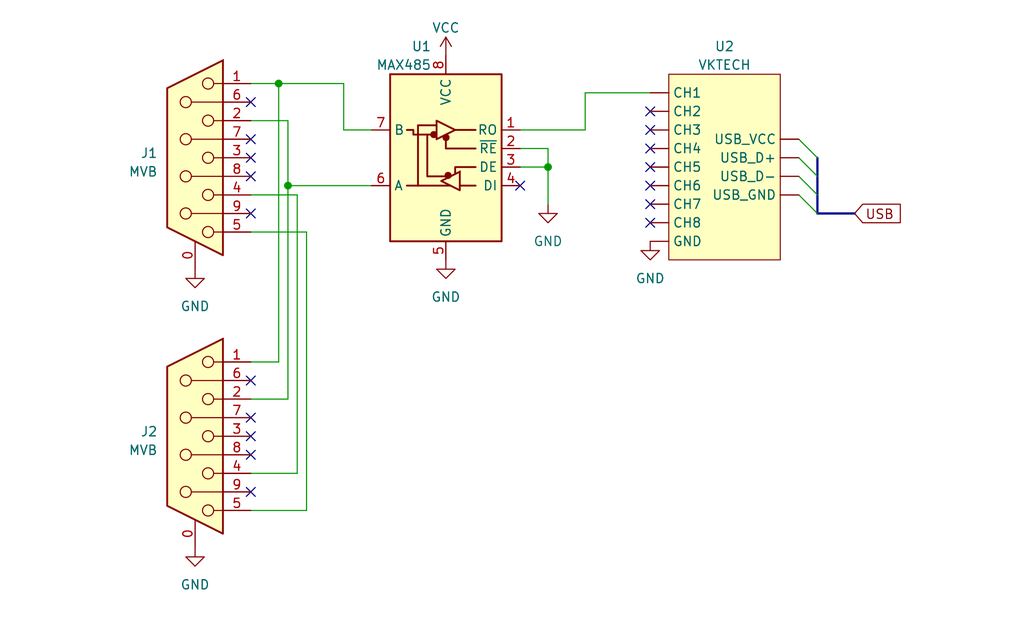
<source format=kicad_sch>
(kicad_sch (version 20230121) (generator eeschema)
  (paper "User" 140.005 84.9884)
  (lib_symbols
    (symbol "Connector:DE9_Receptacle_MountingHoles" (pin_names (offset 1.016) hide)
      (property "Reference" "J" (at 0 16.51 0))
      (property "Value" "DE9_Receptacle_MountingHoles" (at 0 14.605 0))
      (symbol "DE9_Receptacle_MountingHoles_0_1"
        (circle (center -1.778 -10.16) (radius 0.762))
        (circle (center -1.778 -5.08) (radius 0.762))
        (circle (center -1.778 0) (radius 0.762))
        (circle (center -1.778 5.08) (radius 0.762))
        (circle (center -1.778 10.16) (radius 0.762))
        (polyline (pts (xy -3.81 -10.16) (xy -2.54 -10.16)))
        (polyline (pts (xy -3.81 -7.62) (xy 0.508 -7.62)))
        (polyline (pts (xy -3.81 -5.08) (xy -2.54 -5.08)))
        (polyline (pts (xy -3.81 -2.54) (xy 0.508 -2.54)))
        (polyline (pts (xy -3.81 0) (xy -2.54 0)))
        (polyline (pts (xy -3.81 2.54) (xy 0.508 2.54)))
        (polyline (pts (xy -3.81 5.08) (xy -2.54 5.08)))
        (polyline (pts (xy -3.81 7.62) (xy 0.508 7.62)))
        (polyline (pts (xy -3.81 10.16) (xy -2.54 10.16)))
        (polyline (pts (xy -3.81 13.335) (xy -3.81 -13.335) (xy 3.81 -9.525) (xy 3.81 9.525) (xy -3.81 13.335)) (stroke (width 0.254)) (fill (type background)))
        (circle (center 1.27 -7.62) (radius 0.762))
        (circle (center 1.27 -2.54) (radius 0.762))
        (circle (center 1.27 2.54) (radius 0.762))
        (circle (center 1.27 7.62) (radius 0.762))
      )
      (symbol "DE9_Receptacle_MountingHoles_1_1"
        (pin passive line (at 0 -15.24 90) (length 3.81) (name "PAD") (number "0"))
        (pin passive line (at -7.62 10.16 0) (length 3.81) (name "1") (number "1"))
        (pin passive line (at -7.62 5.08 0) (length 3.81) (name "2") (number "2"))
        (pin passive line (at -7.62 0 0) (length 3.81) (name "3") (number "3"))
        (pin passive line (at -7.62 -5.08 0) (length 3.81) (name "4") (number "4"))
        (pin passive line (at -7.62 -10.16 0) (length 3.81) (name "5") (number "5"))
        (pin passive line (at -7.62 7.62 0) (length 3.81) (name "6") (number "6"))
        (pin passive line (at -7.62 2.54 0) (length 3.81) (name "7") (number "7"))
        (pin passive line (at -7.62 -2.54 0) (length 3.81) (name "8") (number "8"))
        (pin passive line (at -7.62 -7.62 0) (length 3.81) (name "9") (number "9"))
      )
    )
    (symbol "Interface_UART:MAX485E"
      (property "Reference" "U" (at -6.096 11.43 0))
      (property "Value" "MAX485E" (at 0.762 11.43 0))
      (symbol "MAX485E_0_1"
        (rectangle (start -7.62 10.16) (end 7.62 -12.7) (stroke (width 0.254)) (fill (type background)))
        (circle (center -0.3048 -3.683) (radius 0.3556) (stroke (width 0.254)) (fill (type outline)))
        (circle (center -0.0254 1.4986) (radius 0.3556) (stroke (width 0.254)) (fill (type outline)))
        (polyline (pts (xy -4.064 -5.08) (xy -1.905 -5.08)) (stroke (width 0.254)))
        (polyline (pts (xy -4.064 2.54) (xy -1.27 2.54)) (stroke (width 0.254)))
        (polyline (pts (xy -1.27 -3.2004) (xy -1.27 -3.4544)) (stroke (width 0.254)))
        (polyline (pts (xy -0.635 -5.08) (xy 5.334 -5.08)) (stroke (width 0.254)))
        (polyline (pts (xy -4.064 -2.54) (xy -1.27 -2.54) (xy -1.27 -3.175)) (stroke (width 0.254)))
        (polyline (pts (xy 0 1.27) (xy 0 0) (xy -4.064 0)) (stroke (width 0.254)))
        (polyline (pts (xy 1.27 3.175) (xy 3.81 3.175) (xy 3.81 -5.08)) (stroke (width 0.254)))
        (polyline (pts (xy 2.54 1.905) (xy 2.54 -3.81) (xy 0 -3.81)) (stroke (width 0.254)))
        (polyline (pts (xy -1.905 -3.175) (xy -1.905 -5.715) (xy 0.635 -4.445) (xy -1.905 -3.175)) (stroke (width 0.254)))
        (polyline (pts (xy -1.27 2.54) (xy 1.27 3.81) (xy 1.27 1.27) (xy -1.27 2.54)) (stroke (width 0.254)))
        (polyline (pts (xy 1.905 1.905) (xy 4.445 1.905) (xy 4.445 2.54) (xy 5.334 2.54)) (stroke (width 0.254)))
        (rectangle (start 1.27 3.175) (end 1.27 3.175))
        (circle (center 1.651 1.905) (radius 0.3556) (stroke (width 0.254)) (fill (type outline)))
      )
      (symbol "MAX485E_1_1"
        (pin output line (at -10.16 2.54 0) (length 2.54) (name "RO") (number "1"))
        (pin input line (at -10.16 0 0) (length 2.54) (name "~{RE}") (number "2"))
        (pin input line (at -10.16 -2.54 0) (length 2.54) (name "DE") (number "3"))
        (pin input line (at -10.16 -5.08 0) (length 2.54) (name "DI") (number "4"))
        (pin power_in line (at 0 -15.24 90) (length 2.54) (name "GND") (number "5"))
        (pin bidirectional line (at 10.16 -5.08 180) (length 2.54) (name "A") (number "6"))
        (pin bidirectional line (at 10.16 2.54 180) (length 2.54) (name "B") (number "7"))
        (pin power_in line (at 0 12.7 270) (length 2.54) (name "VCC") (number "8"))
      )
    )
    (symbol "mvb:VKTECH" (pin_numbers hide)
      (property "Reference" "U" (at 0 0 0))
      (property "Value" "VKTECH" (at 10.16 0 0))
      (symbol "VKTECH_1_1"
        (rectangle (start -1.27 -1.27) (end 13.97 -26.67) (fill (type background)))
        (pin input line (at -3.81 -3.81 0) (length 2.54) (name "CH1") (number ""))
        (pin input line (at -3.81 -6.35 0) (length 2.54) (name "CH2") (number ""))
        (pin input line (at -3.81 -8.89 0) (length 2.54) (name "CH3") (number ""))
        (pin input line (at -3.81 -11.43 0) (length 2.54) (name "CH4") (number ""))
        (pin input line (at -3.81 -13.97 0) (length 2.54) (name "CH5") (number ""))
        (pin input line (at -3.81 -16.51 0) (length 2.54) (name "CH6") (number ""))
        (pin input line (at -3.81 -19.05 0) (length 2.54) (name "CH7") (number ""))
        (pin input line (at -3.81 -21.59 0) (length 2.54) (name "CH8") (number ""))
        (pin input line (at -3.81 -24.13 0) (length 2.54) (name "GND") (number ""))
        (pin bidirectional line (at 16.51 -12.7 180) (length 2.54) (name "USB_D+") (number ""))
        (pin bidirectional line (at 16.51 -15.24 180) (length 2.54) (name "USB_D-") (number ""))
        (pin input line (at 16.51 -17.78 180) (length 2.54) (name "USB_GND") (number ""))
        (pin input line (at 16.51 -10.16 180) (length 2.54) (name "USB_VCC") (number ""))
      )
    )
    (symbol "power:GND" (power) (pin_names (offset 0))
      (property "Value" "GND" (at 0 -3.81 0))
      (symbol "GND_0_1"
        (polyline (pts (xy 0 0) (xy 0 -1.27) (xy 1.27 -1.27) (xy 0 -2.54) (xy -1.27 -1.27) (xy 0 -1.27)))
      )
      (symbol "GND_1_1"
        (pin power_in line (at 0 0 270) (length 0) hide (name "GND") (number "1"))
      )
    )
    (symbol "power:VCC" (power) (pin_names (offset 0))
      (property "Value" "VCC" (at 0 3.81 0))
      (symbol "VCC_0_1"
        (polyline (pts (xy -0.762 1.27) (xy 0 2.54)))
        (polyline (pts (xy 0 0) (xy 0 2.54)))
        (polyline (pts (xy 0 2.54) (xy 0.762 1.27)))
      )
      (symbol "VCC_1_1"
        (pin power_in line (at 0 0 90) (length 0) hide (name "VCC") (number "1"))
      )
    )
  )
  (junction (at 39.37 25.4))
  (junction (at 38.1 11.43))
  (junction (at 74.93 22.86))
  (no_connect (at 88.9 22.86))
  (no_connect (at 34.29 59.69))
  (no_connect (at 34.29 52.07))
  (no_connect (at 34.29 19.05))
  (no_connect (at 88.9 17.78))
  (no_connect (at 88.9 25.4))
  (no_connect (at 34.29 67.31))
  (no_connect (at 34.29 62.23))
  (no_connect (at 34.29 57.15))
  (no_connect (at 88.9 27.94))
  (no_connect (at 34.29 13.97))
  (no_connect (at 88.9 20.32))
  (no_connect (at 88.9 15.24))
  (no_connect (at 34.29 24.13))
  (no_connect (at 88.9 30.48))
  (no_connect (at 34.29 21.59))
  (no_connect (at 71.12 25.4))
  (no_connect (at 34.29 29.21))
  (bus_entry (at 109.22 24.13) (size 2.54 2.54))
  (bus_entry (at 109.22 21.59) (size 2.54 2.54))
  (bus_entry (at 109.22 26.67) (size 2.54 2.54))
  (bus_entry (at 109.22 19.05) (size 2.54 2.54))
  (wire (pts (xy 34.29 31.75) (xy 41.91 31.75)))
  (bus (pts (xy 111.76 26.67) (xy 111.76 29.21)))
  (wire (pts (xy 34.29 64.77) (xy 40.64 64.77)))
  (bus (pts (xy 111.76 29.21) (xy 116.84 29.21)))
  (wire (pts (xy 74.93 20.32) (xy 74.93 22.86)))
  (wire (pts (xy 34.29 26.67) (xy 40.64 26.67)))
  (wire (pts (xy 34.29 11.43) (xy 38.1 11.43)))
  (wire (pts (xy 80.01 12.7) (xy 88.9 12.7)))
  (wire (pts (xy 40.64 26.67) (xy 40.64 64.77)))
  (wire (pts (xy 34.29 16.51) (xy 39.37 16.51)))
  (wire (pts (xy 71.12 17.78) (xy 80.01 17.78)))
  (bus (pts (xy 111.76 24.13) (xy 111.76 26.67)))
  (wire (pts (xy 71.12 20.32) (xy 74.93 20.32)))
  (wire (pts (xy 34.29 49.53) (xy 38.1 49.53)))
  (wire (pts (xy 38.1 11.43) (xy 38.1 49.53)))
  (wire (pts (xy 46.99 11.43) (xy 46.99 17.78)))
  (wire (pts (xy 34.29 69.85) (xy 41.91 69.85)))
  (wire (pts (xy 80.01 17.78) (xy 80.01 12.7)))
  (wire (pts (xy 46.99 17.78) (xy 50.8 17.78)))
  (wire (pts (xy 39.37 25.4) (xy 39.37 16.51)))
  (wire (pts (xy 39.37 25.4) (xy 39.37 54.61)))
  (wire (pts (xy 41.91 31.75) (xy 41.91 69.85)))
  (wire (pts (xy 71.12 22.86) (xy 74.93 22.86)))
  (wire (pts (xy 38.1 11.43) (xy 46.99 11.43)))
  (wire (pts (xy 74.93 27.94) (xy 74.93 22.86)))
  (bus (pts (xy 111.76 21.59) (xy 111.76 24.13)))
  (wire (pts (xy 39.37 25.4) (xy 50.8 25.4)))
  (wire (pts (xy 34.29 54.61) (xy 39.37 54.61)))
  (global_label "USB" (shape input) (at 116.84 29.21 0) (property "Intersheetrefs" "${INTERSHEET_REFS}" (effects hide)))
  (symbol (lib_id "power:GND") (at 26.67 74.93 0) (unit 1)
    (property "Reference" "#PWR02" (effects hide))
    (property "Value" "GND" (at 26.67 80.01 0))
  )
  (symbol (lib_id "power:GND") (at 74.93 27.94 0) (unit 1)
    (property "Reference" "#PWR04" (effects hide))
    (property "Value" "GND" (at 74.93 33.02 0))
  )
  (symbol (lib_id "power:GND") (at 26.67 36.83 0) (unit 1)
    (property "Reference" "#PWR01" (effects hide))
    (property "Value" "GND" (at 26.67 41.91 0))
  )
  (symbol (lib_id "mvb:VKTECH") (at 92.71 8.89 0) (unit 1)
    (property "Reference" "U2" (at 99.06 6.35 0))
    (property "Value" "VKTECH" (at 99.06 8.89 0))
  )
  (symbol (lib_id "Connector:DE9_Receptacle_MountingHoles") (at 26.67 21.59 0) (mirror y) (unit 1)
    (property "Reference" "J1" (at 21.59 20.955 0) (effects (justify left)))
    (property "Value" "MVB" (at 21.59 23.495 0) (effects (justify left)))
    (property "Datasheet" " ~" (effects hide))
  )
  (symbol (lib_id "Interface_UART:MAX485E") (at 60.96 20.32 0) (mirror y) (unit 1)
    (property "Reference" "U1" (at 59.0041 6.35 0) (effects (justify left)))
    (property "Value" "MAX485" (at 59.0041 8.89 0) (effects (justify left)))
    (property "Datasheet" "https://datasheets.maximintegrated.com/en/ds/MAX1487E-MAX491E.pdf" (effects hide))
  )
  (symbol (lib_id "Connector:DE9_Receptacle_MountingHoles") (at 26.67 59.69 0) (mirror y) (unit 1)
    (property "Reference" "J2" (at 21.59 59.055 0) (effects (justify left)))
    (property "Value" "MVB" (at 21.59 61.595 0) (effects (justify left)))
    (property "Datasheet" " ~" (effects hide))
  )
  (symbol (lib_id "power:GND") (at 60.96 35.56 0) (unit 1)
    (property "Reference" "#PWR03" (effects hide))
    (property "Value" "GND" (at 60.96 40.64 0))
  )
  (symbol (lib_id "power:GND") (at 88.9 33.02 0) (unit 1)
    (property "Reference" "#PWR05" (effects hide))
    (property "Value" "GND" (at 88.9 38.1 0))
  )
  (symbol (lib_id "power:VCC") (at 60.96 7.62 0) (unit 1)
    (property "Reference" "#PWR06" (effects hide))
    (property "Value" "VCC" (at 60.96 3.81 0))
  )
)
</source>
